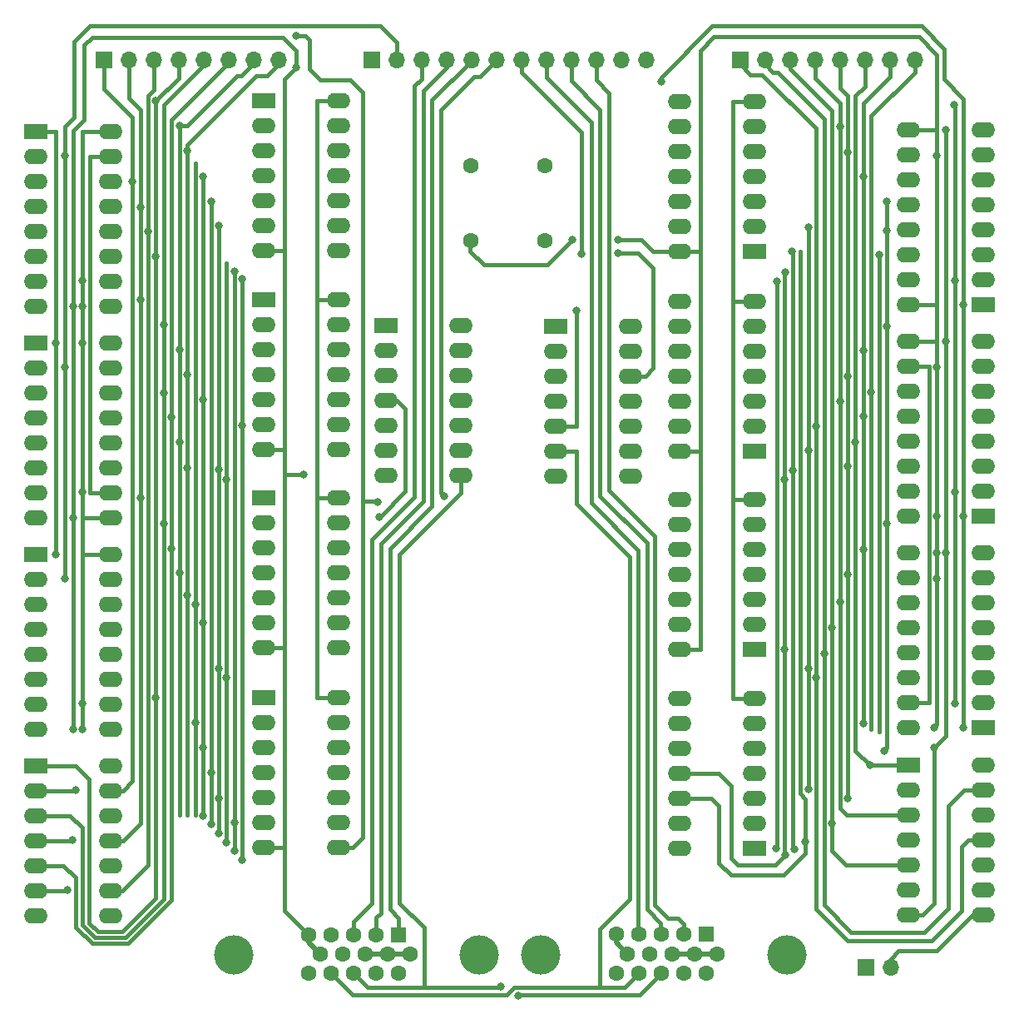
<source format=gbr>
%TF.GenerationSoftware,KiCad,Pcbnew,(6.0.5)*%
%TF.CreationDate,2023-01-07T10:16:58+02:00*%
%TF.ProjectId,VIDEOCARD_SCREENSYNC2.0,56494445-4f43-4415-9244-5f5343524545,rev?*%
%TF.SameCoordinates,Original*%
%TF.FileFunction,Copper,L2,Bot*%
%TF.FilePolarity,Positive*%
%FSLAX46Y46*%
G04 Gerber Fmt 4.6, Leading zero omitted, Abs format (unit mm)*
G04 Created by KiCad (PCBNEW (6.0.5)) date 2023-01-07 10:16:58*
%MOMM*%
%LPD*%
G01*
G04 APERTURE LIST*
%TA.AperFunction,ComponentPad*%
%ADD10R,1.700000X1.700000*%
%TD*%
%TA.AperFunction,ComponentPad*%
%ADD11O,1.700000X1.700000*%
%TD*%
%TA.AperFunction,ComponentPad*%
%ADD12R,2.400000X1.600000*%
%TD*%
%TA.AperFunction,ComponentPad*%
%ADD13O,2.400000X1.600000*%
%TD*%
%TA.AperFunction,ComponentPad*%
%ADD14C,4.000000*%
%TD*%
%TA.AperFunction,ComponentPad*%
%ADD15R,1.600000X1.600000*%
%TD*%
%TA.AperFunction,ComponentPad*%
%ADD16C,1.600000*%
%TD*%
%TA.AperFunction,ViaPad*%
%ADD17C,0.800000*%
%TD*%
%TA.AperFunction,Conductor*%
%ADD18C,0.400000*%
%TD*%
%TA.AperFunction,Conductor*%
%ADD19C,0.500000*%
%TD*%
G04 APERTURE END LIST*
D10*
%TO.P,REF\u002A\u002A,1*%
%TO.N,N/C*%
X179725000Y-144600000D03*
D11*
%TO.P,REF\u002A\u002A,2*%
X182265000Y-144600000D03*
%TD*%
D12*
%TO.P,74LS161,1*%
%TO.N,N/C*%
X191700000Y-77270000D03*
D13*
%TO.P,74LS161,2*%
X191700000Y-74730000D03*
%TO.P,74LS161,3*%
X191700000Y-72190000D03*
%TO.P,74LS161,4*%
X191700000Y-69650000D03*
%TO.P,74LS161,5*%
X191700000Y-67110000D03*
%TO.P,74LS161,6*%
X191700000Y-64570000D03*
%TO.P,74LS161,7*%
X191700000Y-62030000D03*
%TO.P,74LS161,8*%
X191700000Y-59490000D03*
%TO.P,74LS161,9*%
X184080000Y-59490000D03*
%TO.P,74LS161,10*%
X184080000Y-62030000D03*
%TO.P,74LS161,11*%
X184080000Y-64570000D03*
%TO.P,74LS161,12*%
X184080000Y-67110000D03*
%TO.P,74LS161,13*%
X184080000Y-69650000D03*
%TO.P,74LS161,14*%
X184080000Y-72190000D03*
%TO.P,74LS161,15*%
X184080000Y-74730000D03*
%TO.P,74LS161,16*%
X184080000Y-77270000D03*
%TD*%
D12*
%TO.P,74LS161,1*%
%TO.N,N/C*%
X95300000Y-102600000D03*
D13*
%TO.P,74LS161,2*%
X95300000Y-105140000D03*
%TO.P,74LS161,3*%
X95300000Y-107680000D03*
%TO.P,74LS161,4*%
X95300000Y-110220000D03*
%TO.P,74LS161,5*%
X95300000Y-112760000D03*
%TO.P,74LS161,6*%
X95300000Y-115300000D03*
%TO.P,74LS161,7*%
X95300000Y-117840000D03*
%TO.P,74LS161,8*%
X95300000Y-120380000D03*
%TO.P,74LS161,9*%
X102920000Y-120380000D03*
%TO.P,74LS161,10*%
X102920000Y-117840000D03*
%TO.P,74LS161,11*%
X102920000Y-115300000D03*
%TO.P,74LS161,12*%
X102920000Y-112760000D03*
%TO.P,74LS161,13*%
X102920000Y-110220000D03*
%TO.P,74LS161,14*%
X102920000Y-107680000D03*
%TO.P,74LS161,15*%
X102920000Y-105140000D03*
%TO.P,74LS161,16*%
X102920000Y-102600000D03*
%TD*%
D10*
%TO.P,REF\u002A\u002A,1*%
%TO.N,N/C*%
X129445000Y-52305000D03*
D11*
%TO.P,REF\u002A\u002A,2*%
X131985000Y-52305000D03*
%TO.P,REF\u002A\u002A,3*%
X134525000Y-52305000D03*
%TO.P,REF\u002A\u002A,4*%
X137065000Y-52305000D03*
%TO.P,REF\u002A\u002A,5*%
X139605000Y-52305000D03*
%TO.P,REF\u002A\u002A,6*%
X142145000Y-52305000D03*
%TO.P,REF\u002A\u002A,7*%
X144685000Y-52305000D03*
%TO.P,REF\u002A\u002A,8*%
X147225000Y-52305000D03*
%TO.P,REF\u002A\u002A,9*%
X149765000Y-52305000D03*
%TO.P,REF\u002A\u002A,10*%
X152305000Y-52305000D03*
%TO.P,REF\u002A\u002A,11*%
X154845000Y-52305000D03*
%TO.P,REF\u002A\u002A,12*%
X157385000Y-52305000D03*
%TD*%
D12*
%TO.P,74LS30,1*%
%TO.N,N/C*%
X168400000Y-71820000D03*
D13*
%TO.P,74LS30,2*%
X168400000Y-69280000D03*
%TO.P,74LS30,3*%
X168400000Y-66740000D03*
%TO.P,74LS30,4*%
X168400000Y-64200000D03*
%TO.P,74LS30,5*%
X168400000Y-61660000D03*
%TO.P,74LS30,6*%
X168400000Y-59120000D03*
%TO.P,74LS30,7*%
X168400000Y-56580000D03*
%TO.P,74LS30,8*%
X160780000Y-56580000D03*
%TO.P,74LS30,9*%
X160780000Y-59120000D03*
%TO.P,74LS30,10*%
X160780000Y-61660000D03*
%TO.P,74LS30,11*%
X160780000Y-64200000D03*
%TO.P,74LS30,12*%
X160780000Y-66740000D03*
%TO.P,74LS30,13*%
X160780000Y-69280000D03*
%TO.P,74LS30,14*%
X160780000Y-71820000D03*
%TD*%
D12*
%TO.P,74LS30,1*%
%TO.N,N/C*%
X168400000Y-132520000D03*
D13*
%TO.P,74LS30,2*%
X168400000Y-129980000D03*
%TO.P,74LS30,3*%
X168400000Y-127440000D03*
%TO.P,74LS30,4*%
X168400000Y-124900000D03*
%TO.P,74LS30,5*%
X168400000Y-122360000D03*
%TO.P,74LS30,6*%
X168400000Y-119820000D03*
%TO.P,74LS30,7*%
X168400000Y-117280000D03*
%TO.P,74LS30,8*%
X160780000Y-117280000D03*
%TO.P,74LS30,9*%
X160780000Y-119820000D03*
%TO.P,74LS30,10*%
X160780000Y-122360000D03*
%TO.P,74LS30,11*%
X160780000Y-124900000D03*
%TO.P,74LS30,12*%
X160780000Y-127440000D03*
%TO.P,74LS30,13*%
X160780000Y-129980000D03*
%TO.P,74LS30,14*%
X160780000Y-132520000D03*
%TD*%
D10*
%TO.P,REF\u002A\u002A,1*%
%TO.N,N/C*%
X166945000Y-52305000D03*
D11*
%TO.P,REF\u002A\u002A,2*%
X169485000Y-52305000D03*
%TO.P,REF\u002A\u002A,3*%
X172025000Y-52305000D03*
%TO.P,REF\u002A\u002A,4*%
X174565000Y-52305000D03*
%TO.P,REF\u002A\u002A,5*%
X177105000Y-52305000D03*
%TO.P,REF\u002A\u002A,6*%
X179645000Y-52305000D03*
%TO.P,REF\u002A\u002A,7*%
X182185000Y-52305000D03*
%TO.P,REF\u002A\u002A,8*%
X184725000Y-52305000D03*
%TD*%
D12*
%TO.P,74LS00,1*%
%TO.N,N/C*%
X148220000Y-79405000D03*
D13*
%TO.P,74LS00,2*%
X148220000Y-81945000D03*
%TO.P,74LS00,3*%
X148220000Y-84485000D03*
%TO.P,74LS00,4*%
X148220000Y-87025000D03*
%TO.P,74LS00,5*%
X148220000Y-89565000D03*
%TO.P,74LS00,6*%
X148220000Y-92105000D03*
%TO.P,74LS00,7*%
X148220000Y-94645000D03*
%TO.P,74LS00,8*%
X155840000Y-94645000D03*
%TO.P,74LS00,9*%
X155840000Y-92105000D03*
%TO.P,74LS00,10*%
X155840000Y-89565000D03*
%TO.P,74LS00,11*%
X155840000Y-87025000D03*
%TO.P,74LS00,12*%
X155840000Y-84485000D03*
%TO.P,74LS00,13*%
X155840000Y-81945000D03*
%TO.P,74LS00,14*%
X155840000Y-79405000D03*
%TD*%
D12*
%TO.P,74LS30,1*%
%TO.N,N/C*%
X118500000Y-56500000D03*
D13*
%TO.P,74LS30,2*%
X118500000Y-59040000D03*
%TO.P,74LS30,3*%
X118500000Y-61580000D03*
%TO.P,74LS30,4*%
X118500000Y-64120000D03*
%TO.P,74LS30,5*%
X118500000Y-66660000D03*
%TO.P,74LS30,6*%
X118500000Y-69200000D03*
%TO.P,74LS30,7*%
X118500000Y-71740000D03*
%TO.P,74LS30,8*%
X126120000Y-71740000D03*
%TO.P,74LS30,9*%
X126120000Y-69200000D03*
%TO.P,74LS30,10*%
X126120000Y-66660000D03*
%TO.P,74LS30,11*%
X126120000Y-64120000D03*
%TO.P,74LS30,12*%
X126120000Y-61580000D03*
%TO.P,74LS30,13*%
X126120000Y-59040000D03*
%TO.P,74LS30,14*%
X126120000Y-56500000D03*
%TD*%
D12*
%TO.P,74LS00,1*%
%TO.N,N/C*%
X130920000Y-79330000D03*
D13*
%TO.P,74LS00,2*%
X130920000Y-81870000D03*
%TO.P,74LS00,3*%
X130920000Y-84410000D03*
%TO.P,74LS00,4*%
X130920000Y-86950000D03*
%TO.P,74LS00,5*%
X130920000Y-89490000D03*
%TO.P,74LS00,6*%
X130920000Y-92030000D03*
%TO.P,74LS00,7*%
X130920000Y-94570000D03*
%TO.P,74LS00,8*%
X138540000Y-94570000D03*
%TO.P,74LS00,9*%
X138540000Y-92030000D03*
%TO.P,74LS00,10*%
X138540000Y-89490000D03*
%TO.P,74LS00,11*%
X138540000Y-86950000D03*
%TO.P,74LS00,12*%
X138540000Y-84410000D03*
%TO.P,74LS00,13*%
X138540000Y-81870000D03*
%TO.P,74LS00,14*%
X138540000Y-79330000D03*
%TD*%
D12*
%TO.P,74LS161,1*%
%TO.N,N/C*%
X191700000Y-98770000D03*
D13*
%TO.P,74LS161,2*%
X191700000Y-96230000D03*
%TO.P,74LS161,3*%
X191700000Y-93690000D03*
%TO.P,74LS161,4*%
X191700000Y-91150000D03*
%TO.P,74LS161,5*%
X191700000Y-88610000D03*
%TO.P,74LS161,6*%
X191700000Y-86070000D03*
%TO.P,74LS161,7*%
X191700000Y-83530000D03*
%TO.P,74LS161,8*%
X191700000Y-80990000D03*
%TO.P,74LS161,9*%
X184080000Y-80990000D03*
%TO.P,74LS161,10*%
X184080000Y-83530000D03*
%TO.P,74LS161,11*%
X184080000Y-86070000D03*
%TO.P,74LS161,12*%
X184080000Y-88610000D03*
%TO.P,74LS161,13*%
X184080000Y-91150000D03*
%TO.P,74LS161,14*%
X184080000Y-93690000D03*
%TO.P,74LS161,15*%
X184080000Y-96230000D03*
%TO.P,74LS161,16*%
X184080000Y-98770000D03*
%TD*%
D12*
%TO.P,74LS161,1*%
%TO.N,N/C*%
X191700000Y-120270000D03*
D13*
%TO.P,74LS161,2*%
X191700000Y-117730000D03*
%TO.P,74LS161,3*%
X191700000Y-115190000D03*
%TO.P,74LS161,4*%
X191700000Y-112650000D03*
%TO.P,74LS161,5*%
X191700000Y-110110000D03*
%TO.P,74LS161,6*%
X191700000Y-107570000D03*
%TO.P,74LS161,7*%
X191700000Y-105030000D03*
%TO.P,74LS161,8*%
X191700000Y-102490000D03*
%TO.P,74LS161,9*%
X184080000Y-102490000D03*
%TO.P,74LS161,10*%
X184080000Y-105030000D03*
%TO.P,74LS161,11*%
X184080000Y-107570000D03*
%TO.P,74LS161,12*%
X184080000Y-110110000D03*
%TO.P,74LS161,13*%
X184080000Y-112650000D03*
%TO.P,74LS161,14*%
X184080000Y-115190000D03*
%TO.P,74LS161,15*%
X184080000Y-117730000D03*
%TO.P,74LS161,16*%
X184080000Y-120270000D03*
%TD*%
D12*
%TO.P,74LS04,1*%
%TO.N,N/C*%
X95300000Y-124100000D03*
D13*
%TO.P,74LS04,2*%
X95300000Y-126640000D03*
%TO.P,74LS04,3*%
X95300000Y-129180000D03*
%TO.P,74LS04,4*%
X95300000Y-131720000D03*
%TO.P,74LS04,5*%
X95300000Y-134260000D03*
%TO.P,74LS04,6*%
X95300000Y-136800000D03*
%TO.P,74LS04,7*%
X95300000Y-139340000D03*
%TO.P,74LS04,8*%
X102920000Y-139340000D03*
%TO.P,74LS04,9*%
X102920000Y-136800000D03*
%TO.P,74LS04,10*%
X102920000Y-134260000D03*
%TO.P,74LS04,11*%
X102920000Y-131720000D03*
%TO.P,74LS04,12*%
X102920000Y-129180000D03*
%TO.P,74LS04,13*%
X102920000Y-126640000D03*
%TO.P,74LS04,14*%
X102920000Y-124100000D03*
%TD*%
D14*
%TO.P,VGA PORT 1,0*%
%TO.N,N/C*%
X115395000Y-143330000D03*
X140395000Y-143330000D03*
D15*
%TO.P,VGA PORT 1,1*%
X132210000Y-141280000D03*
D16*
%TO.P,VGA PORT 1,2*%
X129920000Y-141280000D03*
%TO.P,VGA PORT 1,3*%
X127630000Y-141280000D03*
%TO.P,VGA PORT 1,4*%
X125340000Y-141280000D03*
%TO.P,VGA PORT 1,5*%
X123050000Y-141280000D03*
%TO.P,VGA PORT 1,6*%
X133355000Y-143260000D03*
%TO.P,VGA PORT 1,7*%
X131065000Y-143260000D03*
%TO.P,VGA PORT 1,8*%
X128775000Y-143260000D03*
%TO.P,VGA PORT 1,9*%
X126485000Y-143260000D03*
%TO.P,VGA PORT 1,10*%
X124195000Y-143260000D03*
%TO.P,VGA PORT 1,11*%
X132210000Y-145240000D03*
%TO.P,VGA PORT 1,12*%
X129920000Y-145240000D03*
%TO.P,VGA PORT 1,13*%
X127630000Y-145240000D03*
%TO.P,VGA PORT 1,14*%
X125340000Y-145240000D03*
%TO.P,VGA PORT 1,15*%
X123050000Y-145240000D03*
%TD*%
D12*
%TO.P,74LS30,1*%
%TO.N,N/C*%
X168400000Y-92120000D03*
D13*
%TO.P,74LS30,2*%
X168400000Y-89580000D03*
%TO.P,74LS30,3*%
X168400000Y-87040000D03*
%TO.P,74LS30,4*%
X168400000Y-84500000D03*
%TO.P,74LS30,5*%
X168400000Y-81960000D03*
%TO.P,74LS30,6*%
X168400000Y-79420000D03*
%TO.P,74LS30,7*%
X168400000Y-76880000D03*
%TO.P,74LS30,8*%
X160780000Y-76880000D03*
%TO.P,74LS30,9*%
X160780000Y-79420000D03*
%TO.P,74LS30,10*%
X160780000Y-81960000D03*
%TO.P,74LS30,11*%
X160780000Y-84500000D03*
%TO.P,74LS30,12*%
X160780000Y-87040000D03*
%TO.P,74LS30,13*%
X160780000Y-89580000D03*
%TO.P,74LS30,14*%
X160780000Y-92120000D03*
%TD*%
D12*
%TO.P,74LS04,1*%
%TO.N,N/C*%
X184100000Y-124090000D03*
D13*
%TO.P,74LS04,2*%
X184100000Y-126630000D03*
%TO.P,74LS04,3*%
X184100000Y-129170000D03*
%TO.P,74LS04,4*%
X184100000Y-131710000D03*
%TO.P,74LS04,5*%
X184100000Y-134250000D03*
%TO.P,74LS04,6*%
X184100000Y-136790000D03*
%TO.P,74LS04,7*%
X184100000Y-139330000D03*
%TO.P,74LS04,8*%
X191720000Y-139330000D03*
%TO.P,74LS04,9*%
X191720000Y-136790000D03*
%TO.P,74LS04,10*%
X191720000Y-134250000D03*
%TO.P,74LS04,11*%
X191720000Y-131710000D03*
%TO.P,74LS04,12*%
X191720000Y-129170000D03*
%TO.P,74LS04,13*%
X191720000Y-126630000D03*
%TO.P,74LS04,14*%
X191720000Y-124090000D03*
%TD*%
D10*
%TO.P,REF\u002A\u002A,1*%
%TO.N,N/C*%
X102220000Y-52330000D03*
D11*
%TO.P,REF\u002A\u002A,2*%
X104760000Y-52330000D03*
%TO.P,REF\u002A\u002A,3*%
X107300000Y-52330000D03*
%TO.P,REF\u002A\u002A,4*%
X109840000Y-52330000D03*
%TO.P,REF\u002A\u002A,5*%
X112380000Y-52330000D03*
%TO.P,REF\u002A\u002A,6*%
X114920000Y-52330000D03*
%TO.P,REF\u002A\u002A,7*%
X117460000Y-52330000D03*
%TO.P,REF\u002A\u002A,8*%
X120000000Y-52330000D03*
%TD*%
D12*
%TO.P,74LS161,1*%
%TO.N,N/C*%
X95300000Y-59600000D03*
D13*
%TO.P,74LS161,2*%
X95300000Y-62140000D03*
%TO.P,74LS161,3*%
X95300000Y-64680000D03*
%TO.P,74LS161,4*%
X95300000Y-67220000D03*
%TO.P,74LS161,5*%
X95300000Y-69760000D03*
%TO.P,74LS161,6*%
X95300000Y-72300000D03*
%TO.P,74LS161,7*%
X95300000Y-74840000D03*
%TO.P,74LS161,8*%
X95300000Y-77380000D03*
%TO.P,74LS161,9*%
X102920000Y-77380000D03*
%TO.P,74LS161,10*%
X102920000Y-74840000D03*
%TO.P,74LS161,11*%
X102920000Y-72300000D03*
%TO.P,74LS161,12*%
X102920000Y-69760000D03*
%TO.P,74LS161,13*%
X102920000Y-67220000D03*
%TO.P,74LS161,14*%
X102920000Y-64680000D03*
%TO.P,74LS161,15*%
X102920000Y-62140000D03*
%TO.P,74LS161,16*%
X102920000Y-59600000D03*
%TD*%
D14*
%TO.P,VGA PORT 2,0*%
%TO.N,N/C*%
X146690000Y-143320000D03*
X171690000Y-143320000D03*
D15*
%TO.P,VGA PORT 2,1*%
X163505000Y-141270000D03*
D16*
%TO.P,VGA PORT 2,2*%
X161215000Y-141270000D03*
%TO.P,VGA PORT 2,3*%
X158925000Y-141270000D03*
%TO.P,VGA PORT 2,4*%
X156635000Y-141270000D03*
%TO.P,VGA PORT 2,5*%
X154345000Y-141270000D03*
%TO.P,VGA PORT 2,6*%
X164650000Y-143250000D03*
%TO.P,VGA PORT 2,7*%
X162360000Y-143250000D03*
%TO.P,VGA PORT 2,8*%
X160070000Y-143250000D03*
%TO.P,VGA PORT 2,9*%
X157780000Y-143250000D03*
%TO.P,VGA PORT 2,10*%
X155490000Y-143250000D03*
%TO.P,VGA PORT 2,11*%
X163505000Y-145230000D03*
%TO.P,VGA PORT 2,12*%
X161215000Y-145230000D03*
%TO.P,VGA PORT 2,13*%
X158925000Y-145230000D03*
%TO.P,VGA PORT 2,14*%
X156635000Y-145230000D03*
%TO.P,VGA PORT 2,15*%
X154345000Y-145230000D03*
%TD*%
D12*
%TO.P,74LS30,1*%
%TO.N,N/C*%
X118500000Y-96900000D03*
D13*
%TO.P,74LS30,2*%
X118500000Y-99440000D03*
%TO.P,74LS30,3*%
X118500000Y-101980000D03*
%TO.P,74LS30,4*%
X118500000Y-104520000D03*
%TO.P,74LS30,5*%
X118500000Y-107060000D03*
%TO.P,74LS30,6*%
X118500000Y-109600000D03*
%TO.P,74LS30,7*%
X118500000Y-112140000D03*
%TO.P,74LS30,8*%
X126120000Y-112140000D03*
%TO.P,74LS30,9*%
X126120000Y-109600000D03*
%TO.P,74LS30,10*%
X126120000Y-107060000D03*
%TO.P,74LS30,11*%
X126120000Y-104520000D03*
%TO.P,74LS30,12*%
X126120000Y-101980000D03*
%TO.P,74LS30,13*%
X126120000Y-99440000D03*
%TO.P,74LS30,14*%
X126120000Y-96900000D03*
%TD*%
D12*
%TO.P,74LS30,1*%
%TO.N,N/C*%
X118500000Y-76700000D03*
D13*
%TO.P,74LS30,2*%
X118500000Y-79240000D03*
%TO.P,74LS30,3*%
X118500000Y-81780000D03*
%TO.P,74LS30,4*%
X118500000Y-84320000D03*
%TO.P,74LS30,5*%
X118500000Y-86860000D03*
%TO.P,74LS30,6*%
X118500000Y-89400000D03*
%TO.P,74LS30,7*%
X118500000Y-91940000D03*
%TO.P,74LS30,8*%
X126120000Y-91940000D03*
%TO.P,74LS30,9*%
X126120000Y-89400000D03*
%TO.P,74LS30,10*%
X126120000Y-86860000D03*
%TO.P,74LS30,11*%
X126120000Y-84320000D03*
%TO.P,74LS30,12*%
X126120000Y-81780000D03*
%TO.P,74LS30,13*%
X126120000Y-79240000D03*
%TO.P,74LS30,14*%
X126120000Y-76700000D03*
%TD*%
D12*
%TO.P,74LS30,1*%
%TO.N,N/C*%
X168400000Y-112320000D03*
D13*
%TO.P,74LS30,2*%
X168400000Y-109780000D03*
%TO.P,74LS30,3*%
X168400000Y-107240000D03*
%TO.P,74LS30,4*%
X168400000Y-104700000D03*
%TO.P,74LS30,5*%
X168400000Y-102160000D03*
%TO.P,74LS30,6*%
X168400000Y-99620000D03*
%TO.P,74LS30,7*%
X168400000Y-97080000D03*
%TO.P,74LS30,8*%
X160780000Y-97080000D03*
%TO.P,74LS30,9*%
X160780000Y-99620000D03*
%TO.P,74LS30,10*%
X160780000Y-102160000D03*
%TO.P,74LS30,11*%
X160780000Y-104700000D03*
%TO.P,74LS30,12*%
X160780000Y-107240000D03*
%TO.P,74LS30,13*%
X160780000Y-109780000D03*
%TO.P,74LS30,14*%
X160780000Y-112320000D03*
%TD*%
D12*
%TO.P,74LS30,1*%
%TO.N,N/C*%
X118500000Y-117200000D03*
D13*
%TO.P,74LS30,2*%
X118500000Y-119740000D03*
%TO.P,74LS30,3*%
X118500000Y-122280000D03*
%TO.P,74LS30,4*%
X118500000Y-124820000D03*
%TO.P,74LS30,5*%
X118500000Y-127360000D03*
%TO.P,74LS30,6*%
X118500000Y-129900000D03*
%TO.P,74LS30,7*%
X118500000Y-132440000D03*
%TO.P,74LS30,8*%
X126120000Y-132440000D03*
%TO.P,74LS30,9*%
X126120000Y-129900000D03*
%TO.P,74LS30,10*%
X126120000Y-127360000D03*
%TO.P,74LS30,11*%
X126120000Y-124820000D03*
%TO.P,74LS30,12*%
X126120000Y-122280000D03*
%TO.P,74LS30,13*%
X126120000Y-119740000D03*
%TO.P,74LS30,14*%
X126120000Y-117200000D03*
%TD*%
D12*
%TO.P,74LS161,1*%
%TO.N,N/C*%
X95300000Y-81100000D03*
D13*
%TO.P,74LS161,2*%
X95300000Y-83640000D03*
%TO.P,74LS161,3*%
X95300000Y-86180000D03*
%TO.P,74LS161,4*%
X95300000Y-88720000D03*
%TO.P,74LS161,5*%
X95300000Y-91260000D03*
%TO.P,74LS161,6*%
X95300000Y-93800000D03*
%TO.P,74LS161,7*%
X95300000Y-96340000D03*
%TO.P,74LS161,8*%
X95300000Y-98880000D03*
%TO.P,74LS161,9*%
X102920000Y-98880000D03*
%TO.P,74LS161,10*%
X102920000Y-96340000D03*
%TO.P,74LS161,11*%
X102920000Y-93800000D03*
%TO.P,74LS161,12*%
X102920000Y-91260000D03*
%TO.P,74LS161,13*%
X102920000Y-88720000D03*
%TO.P,74LS161,14*%
X102920000Y-86180000D03*
%TO.P,74LS161,15*%
X102920000Y-83640000D03*
%TO.P,74LS161,16*%
X102920000Y-81100000D03*
%TD*%
D16*
%TO.P,,3*%
%TO.N,N/C*%
X147120000Y-63130000D03*
%TD*%
%TO.P,,4*%
%TO.N,N/C*%
X147120000Y-70730000D03*
%TD*%
%TO.P,,2*%
%TO.N,N/C*%
X139520000Y-63130000D03*
%TD*%
%TO.P,,1*%
%TO.N,N/C*%
X139520000Y-70730000D03*
%TD*%
D17*
%TO.N,*%
X158900000Y-54500000D03*
X188700000Y-56900000D03*
X154500000Y-72000000D03*
X130200000Y-98800000D03*
X154500000Y-70600000D03*
X150300000Y-77800000D03*
X136800000Y-96700000D03*
X149900000Y-70600000D03*
X150800000Y-72100000D03*
X121800000Y-49900000D03*
X121800000Y-53100000D03*
X177900000Y-104650000D03*
X187000000Y-102470000D03*
X97300000Y-102600000D03*
X111500000Y-119700000D03*
X144400000Y-147500000D03*
X112300000Y-122300000D03*
X173900000Y-114250000D03*
X173900000Y-92050000D03*
X177900000Y-93690000D03*
X170700000Y-74820000D03*
X113100000Y-66700000D03*
X99020000Y-131700000D03*
X181100000Y-72190000D03*
X109900000Y-91200000D03*
X108300000Y-99500000D03*
X109900000Y-59000000D03*
X98200000Y-62100000D03*
X171500000Y-95050000D03*
X108300000Y-79300000D03*
X181900000Y-79420000D03*
X179500000Y-88590000D03*
X142600000Y-146600000D03*
X110700000Y-93800000D03*
X179500000Y-81920000D03*
X100000000Y-74800000D03*
X181600000Y-122600000D03*
X186700000Y-120200000D03*
X114700000Y-95000000D03*
X172220000Y-71830000D03*
X187900000Y-80970000D03*
X174700000Y-89620000D03*
X170620000Y-132530000D03*
X105900000Y-76700000D03*
X187000000Y-83570000D03*
X112300000Y-129200000D03*
X171520000Y-73930000D03*
X171520000Y-133230000D03*
X113900000Y-131000000D03*
X100000000Y-117800000D03*
X112300000Y-64200000D03*
X106700000Y-69800000D03*
X109900000Y-81800000D03*
X187000000Y-98770000D03*
X112300000Y-86900000D03*
X177900000Y-61710000D03*
X187900000Y-102470000D03*
X130100000Y-97300000D03*
X98200000Y-105100000D03*
X105100000Y-64700000D03*
X116300000Y-74600000D03*
X174700000Y-115190000D03*
X108300000Y-86200000D03*
X109900000Y-104500000D03*
X189700000Y-120270000D03*
X177100000Y-59110000D03*
X99320000Y-126630000D03*
X110700000Y-61600000D03*
X173620000Y-131800000D03*
X181900000Y-99510000D03*
X99100000Y-98900000D03*
X188800000Y-74770000D03*
X98520000Y-136730000D03*
X181900000Y-66740000D03*
X177100000Y-87020000D03*
X105900000Y-67300000D03*
X180300000Y-86090000D03*
X179500000Y-102150000D03*
X180180000Y-124090000D03*
X173920000Y-126530000D03*
X113900000Y-114200000D03*
X113100000Y-124800000D03*
X114700000Y-131900000D03*
X176300000Y-110090000D03*
X113100000Y-130100000D03*
X181900000Y-69690000D03*
X187000000Y-105070000D03*
X172520000Y-132630000D03*
X172300000Y-94050000D03*
X110700000Y-106800000D03*
X189700000Y-77270000D03*
X97300000Y-81100000D03*
X189700000Y-98770000D03*
X105900000Y-96900000D03*
X107500000Y-56500000D03*
X122520000Y-94530000D03*
X175500000Y-112690000D03*
X188800000Y-117770000D03*
X99100000Y-120400000D03*
X115500000Y-132800000D03*
X112300000Y-109600000D03*
X109100000Y-102000000D03*
X100000000Y-120400000D03*
X113900000Y-94000000D03*
X179500000Y-64150000D03*
X177920000Y-127430000D03*
X171500000Y-112310000D03*
X115500000Y-129900000D03*
X113900000Y-127400000D03*
X115500000Y-73800000D03*
X188800000Y-96270000D03*
X173900000Y-69320000D03*
X113900000Y-69200000D03*
X187000000Y-62070000D03*
X107500000Y-117200000D03*
X187900000Y-59470000D03*
X114700000Y-115200000D03*
X177100000Y-107420000D03*
X177900000Y-84510000D03*
X178700000Y-91190000D03*
X109100000Y-88700000D03*
X100000000Y-81100000D03*
X179500000Y-119830000D03*
X100000000Y-77400000D03*
X186720000Y-122230000D03*
X116300000Y-89500000D03*
X99100000Y-77400000D03*
X116300000Y-133700000D03*
X176300000Y-129950000D03*
X98200000Y-83600000D03*
X107500000Y-72300000D03*
X100000000Y-96300000D03*
X110700000Y-84300000D03*
X111500000Y-107700000D03*
%TD*%
D18*
%TO.N,*%
X150300000Y-77800000D02*
X150300000Y-89565000D01*
X150300000Y-89565000D02*
X148220000Y-89565000D01*
X156900000Y-70600000D02*
X158120000Y-71820000D01*
X158120000Y-71820000D02*
X160780000Y-71820000D01*
X154500000Y-70600000D02*
X156900000Y-70600000D01*
X130200000Y-98800000D02*
X130300000Y-98800000D01*
X158100000Y-83700000D02*
X157315000Y-84485000D01*
X154500000Y-72000000D02*
X156600000Y-72000000D01*
X156600000Y-72000000D02*
X158100000Y-73500000D01*
X132050000Y-86950000D02*
X130920000Y-86950000D01*
X132900000Y-87800000D02*
X132050000Y-86950000D01*
X132900000Y-96200000D02*
X132900000Y-87800000D01*
X130300000Y-98800000D02*
X132900000Y-96200000D01*
X158100000Y-73500000D02*
X158100000Y-83700000D01*
X157315000Y-84485000D02*
X155840000Y-84485000D01*
X147225000Y-54125000D02*
X147225000Y-52305000D01*
X151800000Y-58700000D02*
X147225000Y-54125000D01*
X156600000Y-141180000D02*
X156600000Y-102200000D01*
X156600000Y-102200000D02*
X151800000Y-97400000D01*
X151800000Y-97400000D02*
X151800000Y-58700000D01*
X153600000Y-55700000D02*
X152305000Y-54405000D01*
X139500000Y-71800000D02*
X139500000Y-70750000D01*
X147300000Y-73200000D02*
X140900000Y-73200000D01*
X158300000Y-138300000D02*
X158300000Y-100800000D01*
X153600000Y-96100000D02*
X153600000Y-55700000D01*
X149900000Y-70600000D02*
X147300000Y-73200000D01*
X152305000Y-54405000D02*
X152305000Y-52305000D01*
X159600000Y-139600000D02*
X158300000Y-138300000D01*
X158300000Y-100800000D02*
X153600000Y-96100000D01*
X160600000Y-139600000D02*
X159600000Y-139600000D01*
X161215000Y-140215000D02*
X160600000Y-139600000D01*
X140900000Y-73200000D02*
X139500000Y-71800000D01*
X161215000Y-141270000D02*
X161215000Y-140215000D01*
X139500000Y-70750000D02*
X139520000Y-70730000D01*
X186700000Y-120200000D02*
X187000000Y-119900000D01*
X187000000Y-119900000D02*
X187000000Y-105070000D01*
X134800000Y-140600000D02*
X134800000Y-146500000D01*
X132300000Y-138100000D02*
X134800000Y-140600000D01*
X138540000Y-94570000D02*
X138540000Y-96360000D01*
X134800000Y-146500000D02*
X134670000Y-146630000D01*
X138540000Y-96360000D02*
X132300000Y-102600000D01*
X132300000Y-102600000D02*
X132300000Y-138100000D01*
X181600000Y-122600000D02*
X181900000Y-122300000D01*
X181900000Y-122300000D02*
X181900000Y-99510000D01*
X180300000Y-58050000D02*
X184725000Y-53625000D01*
X184725000Y-53625000D02*
X184725000Y-52305000D01*
X180300000Y-86090000D02*
X180300000Y-58050000D01*
X162910000Y-71830000D02*
X162900000Y-71820000D01*
X130030000Y-97230000D02*
X128520000Y-97230000D01*
X130100000Y-97300000D02*
X130030000Y-97230000D01*
X150800000Y-59700000D02*
X144685000Y-53585000D01*
X144685000Y-53585000D02*
X144685000Y-52305000D01*
X152670000Y-146630000D02*
X153630000Y-146630000D01*
X150800000Y-72100000D02*
X150800000Y-59700000D01*
X143970000Y-146630000D02*
X152670000Y-146630000D01*
X187000000Y-142900000D02*
X183100000Y-142900000D01*
X190570000Y-139330000D02*
X187000000Y-142900000D01*
X182265000Y-143735000D02*
X182265000Y-144600000D01*
X183100000Y-142900000D02*
X182265000Y-143735000D01*
X191720000Y-139330000D02*
X190570000Y-139330000D01*
X150300000Y-92100000D02*
X150295000Y-92105000D01*
X152700000Y-140700000D02*
X155700000Y-137700000D01*
X152670000Y-146630000D02*
X152700000Y-146600000D01*
X152700000Y-146600000D02*
X152700000Y-140700000D01*
X150300000Y-97500000D02*
X150300000Y-92100000D01*
X150295000Y-92105000D02*
X148220000Y-92105000D01*
X155700000Y-102900000D02*
X150300000Y-97500000D01*
X155700000Y-137700000D02*
X155700000Y-102900000D01*
X152700000Y-57400000D02*
X149765000Y-54465000D01*
X158890000Y-140110000D02*
X157480000Y-138700000D01*
X157480000Y-101480000D02*
X152700000Y-96700000D01*
X158890000Y-141180000D02*
X158890000Y-140110000D01*
X157480000Y-138700000D02*
X157480000Y-101480000D01*
X149765000Y-54465000D02*
X149765000Y-52305000D01*
X152700000Y-96700000D02*
X152700000Y-57400000D01*
X173620000Y-131800000D02*
X173620000Y-133030000D01*
X166020000Y-135230000D02*
X164820000Y-134030000D01*
X164030000Y-127440000D02*
X160780000Y-127440000D01*
X173620000Y-131800000D02*
X173620000Y-127480000D01*
X164820000Y-128230000D02*
X164030000Y-127440000D01*
X164820000Y-134030000D02*
X164820000Y-128230000D01*
X173100000Y-126960000D02*
X173100000Y-71820000D01*
X173620000Y-133030000D02*
X171420000Y-135230000D01*
X173620000Y-127480000D02*
X173100000Y-126960000D01*
X171420000Y-135230000D02*
X166020000Y-135230000D01*
D19*
X123050000Y-142115000D02*
X124195000Y-143260000D01*
D18*
X110700000Y-129100000D02*
X110700000Y-106800000D01*
X99310000Y-126640000D02*
X95300000Y-126640000D01*
X168020000Y-53830000D02*
X169220000Y-53830000D01*
X171500000Y-74520000D02*
X171500000Y-73950000D01*
X188120000Y-138630000D02*
X188120000Y-128230000D01*
X102720000Y-102600000D02*
X102820000Y-102500000D01*
X170700000Y-132450000D02*
X170700000Y-74820000D01*
D19*
X128775000Y-143260000D02*
X131065000Y-143260000D01*
D18*
X107500000Y-72300000D02*
X107500000Y-56500000D01*
X104760000Y-56270000D02*
X104760000Y-52330000D01*
X188800000Y-96270000D02*
X188800000Y-117770000D01*
X171500000Y-73950000D02*
X171520000Y-73930000D01*
X108300000Y-79300000D02*
X108300000Y-99500000D01*
X177100000Y-87020000D02*
X177100000Y-64220000D01*
X113100000Y-124800000D02*
X113100000Y-69100000D01*
X110700000Y-60950000D02*
X117720000Y-53930000D01*
X177120000Y-128430000D02*
X177860000Y-129170000D01*
X177920000Y-127430000D02*
X177900000Y-127410000D01*
X127510000Y-132440000D02*
X126120000Y-132440000D01*
X177100000Y-127510000D02*
X177100000Y-107420000D01*
X173900000Y-92050000D02*
X173900000Y-69320000D01*
X109100000Y-102000000D02*
X109100000Y-58450000D01*
X123900000Y-96900000D02*
X126120000Y-96900000D01*
X108300000Y-56950000D02*
X112380000Y-52870000D01*
X189520000Y-138830000D02*
X189520000Y-132330000D01*
X102220000Y-55330000D02*
X102220000Y-52330000D01*
X120600000Y-117290000D02*
X120600000Y-112140000D01*
X174700000Y-115190000D02*
X174700000Y-138710000D01*
X162900000Y-92120000D02*
X162900000Y-71820000D01*
X171500000Y-133210000D02*
X171500000Y-112310000D01*
X114700000Y-73000000D02*
X114700000Y-95000000D01*
X171500000Y-112310000D02*
X171500000Y-95050000D01*
X107500000Y-137600000D02*
X104100000Y-141000000D01*
X181900000Y-69690000D02*
X181900000Y-79420000D01*
X171500000Y-95050000D02*
X171500000Y-74520000D01*
X109840000Y-54160000D02*
X109840000Y-52330000D01*
X166720000Y-134230000D02*
X166020000Y-133530000D01*
X166200000Y-97080000D02*
X168400000Y-97080000D01*
X174700000Y-89620000D02*
X174700000Y-109820000D01*
X177100000Y-56710000D02*
X174565000Y-54175000D01*
X123910000Y-117210000D02*
X123900000Y-117200000D01*
X101000000Y-142200000D02*
X99320000Y-140520000D01*
X178700000Y-122410000D02*
X178700000Y-113920000D01*
X178220000Y-141030000D02*
X185720000Y-141030000D01*
X187900000Y-121050000D02*
X187900000Y-102470000D01*
X179500000Y-59120000D02*
X179500000Y-64150000D01*
X186720000Y-122230000D02*
X186720000Y-138130000D01*
X166200000Y-76880000D02*
X168400000Y-76880000D01*
X100000000Y-98900000D02*
X102900000Y-98900000D01*
X112300000Y-129200000D02*
X112300000Y-122300000D01*
X100000000Y-77400000D02*
X100000000Y-81100000D01*
X100000000Y-59600000D02*
X102920000Y-59600000D01*
X176300000Y-129950000D02*
X176300000Y-132810000D01*
X104100000Y-136800000D02*
X102920000Y-136800000D01*
X185520000Y-139330000D02*
X184100000Y-139330000D01*
X108300000Y-79300000D02*
X108300000Y-56950000D01*
X188800000Y-96270000D02*
X188800000Y-74770000D01*
X162900000Y-112320000D02*
X162900000Y-92120000D01*
D19*
X123050000Y-141280000D02*
X123050000Y-142115000D01*
D18*
X99100000Y-98900000D02*
X99100000Y-120400000D01*
X126120000Y-56500000D02*
X123900000Y-56500000D01*
X109900000Y-59000000D02*
X110650000Y-59000000D01*
X105100000Y-64700000D02*
X105100000Y-58210000D01*
X162900000Y-92120000D02*
X160780000Y-92120000D01*
X172220000Y-71830000D02*
X172300000Y-71910000D01*
X166945000Y-52305000D02*
X166945000Y-52755000D01*
X113100000Y-69100000D02*
X113100000Y-66700000D01*
X187900000Y-80970000D02*
X187900000Y-102470000D01*
X120600000Y-94410000D02*
X120600000Y-91940000D01*
X110700000Y-86900000D02*
X110700000Y-84300000D01*
X179500000Y-81920000D02*
X179500000Y-88590000D01*
X187000000Y-77370000D02*
X186900000Y-77270000D01*
X187000000Y-102470000D02*
X187000000Y-98770000D01*
X176300000Y-110090000D02*
X176300000Y-57510000D01*
X110700000Y-84300000D02*
X110700000Y-61600000D01*
X99300000Y-124100000D02*
X95300000Y-124100000D01*
X98780000Y-129180000D02*
X95300000Y-129180000D01*
X184070000Y-124120000D02*
X184100000Y-124090000D01*
X105100000Y-64700000D02*
X105100000Y-125700000D01*
X118820000Y-53930000D02*
X120000000Y-52750000D01*
X179500000Y-56750000D02*
X182185000Y-54065000D01*
X185720000Y-141030000D02*
X188120000Y-138630000D01*
X177100000Y-59110000D02*
X177100000Y-56710000D01*
X100100000Y-102600000D02*
X102720000Y-102600000D01*
X170820000Y-53630000D02*
X170320000Y-53630000D01*
X120600000Y-117290000D02*
X120600000Y-132440000D01*
X106700000Y-55950000D02*
X107300000Y-55350000D01*
X162900000Y-112320000D02*
X160780000Y-112320000D01*
X115500000Y-73800000D02*
X115500000Y-129900000D01*
X100020000Y-130420000D02*
X98780000Y-129180000D01*
X111500000Y-119700000D02*
X111500000Y-107700000D01*
X166200000Y-117280000D02*
X168400000Y-117280000D01*
X177920000Y-141930000D02*
X186420000Y-141930000D01*
X105900000Y-96900000D02*
X105900000Y-130000000D01*
X179500000Y-59120000D02*
X179500000Y-56750000D01*
X115720000Y-53930000D02*
X116220000Y-53930000D01*
X187000000Y-83570000D02*
X187000000Y-80970000D01*
X184080000Y-117730000D02*
X186200000Y-117730000D01*
X120600000Y-91940000D02*
X120600000Y-71740000D01*
X112300000Y-89400000D02*
X112300000Y-86900000D01*
X187000000Y-59470000D02*
X187000000Y-62070000D01*
X188120000Y-128230000D02*
X189720000Y-126630000D01*
X186200000Y-117730000D02*
X186200000Y-83530000D01*
X101600000Y-141000000D02*
X100720000Y-140120000D01*
X111500000Y-62850000D02*
X111500000Y-107700000D01*
X187000000Y-80970000D02*
X187000000Y-77370000D01*
X177920000Y-124930000D02*
X177920000Y-127430000D01*
X120600000Y-112140000D02*
X120600000Y-94410000D01*
X104160000Y-126640000D02*
X102920000Y-126640000D01*
X172520000Y-132630000D02*
X172300000Y-132410000D01*
X100720000Y-140120000D02*
X100720000Y-125520000D01*
X112380000Y-52870000D02*
X112380000Y-52330000D01*
X109100000Y-137800000D02*
X104700000Y-142200000D01*
X186900000Y-77270000D02*
X184280000Y-77270000D01*
X99320000Y-126630000D02*
X99310000Y-126640000D01*
X128520000Y-131430000D02*
X127510000Y-132440000D01*
X120600000Y-71740000D02*
X118500000Y-71740000D01*
X179500000Y-64150000D02*
X179500000Y-81920000D01*
X120600000Y-138830000D02*
X123050000Y-141280000D01*
X100000000Y-96300000D02*
X100000000Y-98900000D01*
X100000000Y-102500000D02*
X100100000Y-102600000D01*
X106700000Y-134200000D02*
X104100000Y-136800000D01*
X105900000Y-57410000D02*
X104760000Y-56270000D01*
X114920000Y-52630000D02*
X114920000Y-52330000D01*
X104700000Y-142200000D02*
X101000000Y-142200000D01*
X177105000Y-55215000D02*
X177105000Y-52305000D01*
X166020000Y-126130000D02*
X164790000Y-124900000D01*
X100000000Y-120400000D02*
X100000000Y-117800000D01*
X178700000Y-55950000D02*
X179645000Y-55005000D01*
X171520000Y-133230000D02*
X170520000Y-134230000D01*
X179500000Y-88590000D02*
X179500000Y-102150000D01*
X112300000Y-109600000D02*
X112300000Y-89400000D01*
X100000000Y-74800000D02*
X100000000Y-59600000D01*
X177860000Y-129170000D02*
X184100000Y-129170000D01*
X177120000Y-127530000D02*
X177100000Y-127510000D01*
X174700000Y-138710000D02*
X177920000Y-141930000D01*
X175500000Y-138310000D02*
X178220000Y-141030000D01*
X187000000Y-98770000D02*
X187000000Y-83570000D01*
X169220000Y-53830000D02*
X174700000Y-59310000D01*
X166945000Y-52755000D02*
X168020000Y-53830000D01*
X187000000Y-80970000D02*
X184100000Y-80970000D01*
X113900000Y-114200000D02*
X113900000Y-127400000D01*
D19*
X164650000Y-143250000D02*
X162360000Y-143250000D01*
D18*
X181900000Y-79420000D02*
X181900000Y-99510000D01*
X186720000Y-138130000D02*
X185520000Y-139330000D01*
X177740000Y-134250000D02*
X184100000Y-134250000D01*
X177900000Y-93690000D02*
X177900000Y-84510000D01*
X187000000Y-105070000D02*
X187000000Y-102470000D01*
X189520000Y-132330000D02*
X190140000Y-131710000D01*
X181100000Y-72190000D02*
X181100000Y-120630000D01*
X120600000Y-91940000D02*
X118500000Y-91940000D01*
X99000000Y-131720000D02*
X95300000Y-131720000D01*
X169485000Y-52795000D02*
X169485000Y-52305000D01*
X177900000Y-61710000D02*
X177900000Y-56010000D01*
X166200000Y-56580000D02*
X166200000Y-76880000D01*
X100000000Y-98900000D02*
X100000000Y-102500000D01*
X117460000Y-52690000D02*
X117460000Y-52330000D01*
X120600000Y-132440000D02*
X120600000Y-138830000D01*
X106700000Y-69800000D02*
X106700000Y-55950000D01*
X174700000Y-59310000D02*
X174700000Y-66720000D01*
X100720000Y-125520000D02*
X99300000Y-124100000D01*
X99320000Y-135520000D02*
X98060000Y-134260000D01*
X120600000Y-112140000D02*
X118500000Y-112140000D01*
X105100000Y-58210000D02*
X102220000Y-55330000D01*
X178700000Y-91190000D02*
X178700000Y-84520000D01*
D19*
X131065000Y-143260000D02*
X133355000Y-143260000D01*
D18*
X189700000Y-120270000D02*
X189700000Y-98770000D01*
X99020000Y-131700000D02*
X99000000Y-131720000D01*
X184280000Y-77270000D02*
X184180000Y-77370000D01*
X120720000Y-94530000D02*
X120600000Y-94410000D01*
X171520000Y-133230000D02*
X171500000Y-133210000D01*
X166200000Y-97080000D02*
X166200000Y-117280000D01*
X174700000Y-66720000D02*
X174700000Y-89620000D01*
X176300000Y-132810000D02*
X177740000Y-134250000D01*
X177120000Y-127530000D02*
X177120000Y-128430000D01*
X105900000Y-67300000D02*
X105900000Y-57410000D01*
X97300000Y-59600000D02*
X97300000Y-81100000D01*
X186420000Y-141930000D02*
X189520000Y-138830000D01*
D19*
X154345000Y-142105000D02*
X155490000Y-143250000D01*
D18*
X106700000Y-69800000D02*
X106700000Y-134200000D01*
X115500000Y-129900000D02*
X115500000Y-132800000D01*
X109900000Y-81800000D02*
X109900000Y-59000000D01*
D19*
X154345000Y-141270000D02*
X154345000Y-142105000D01*
D18*
X107500000Y-56500000D02*
X109840000Y-54160000D01*
X173900000Y-114250000D02*
X173900000Y-92050000D01*
X162900000Y-71820000D02*
X160780000Y-71820000D01*
X116300000Y-74600000D02*
X116300000Y-89500000D01*
X186200000Y-83530000D02*
X184080000Y-83530000D01*
X164790000Y-124900000D02*
X160780000Y-124900000D01*
X172300000Y-71910000D02*
X172300000Y-94050000D01*
X104400000Y-141600000D02*
X101300000Y-141600000D01*
X120600000Y-132440000D02*
X118500000Y-132440000D01*
X177900000Y-127410000D02*
X177900000Y-104650000D01*
X117720000Y-53930000D02*
X118820000Y-53930000D01*
X173920000Y-126530000D02*
X173900000Y-126510000D01*
X170620000Y-132530000D02*
X170700000Y-132450000D01*
X97300000Y-59600000D02*
X95300000Y-59600000D01*
X123900000Y-76700000D02*
X126120000Y-76700000D01*
X179500000Y-102150000D02*
X179500000Y-119830000D01*
X107300000Y-55350000D02*
X107300000Y-52330000D01*
X172300000Y-132410000D02*
X172300000Y-94050000D01*
X173900000Y-126510000D02*
X173900000Y-114250000D01*
X176300000Y-110090000D02*
X176300000Y-129950000D01*
D19*
X160070000Y-143250000D02*
X162360000Y-143250000D01*
D18*
X100000000Y-81100000D02*
X100000000Y-96300000D01*
X123900000Y-117200000D02*
X126120000Y-117200000D01*
X100800000Y-62140000D02*
X100800000Y-96340000D01*
X105900000Y-76700000D02*
X105900000Y-96900000D01*
X101300000Y-141600000D02*
X100020000Y-140320000D01*
X98450000Y-136800000D02*
X95300000Y-136800000D01*
X120000000Y-52750000D02*
X120000000Y-52330000D01*
X112300000Y-122300000D02*
X112300000Y-109600000D01*
X110700000Y-61600000D02*
X110700000Y-60950000D01*
X113900000Y-69200000D02*
X113900000Y-94000000D01*
X98200000Y-83600000D02*
X98200000Y-62100000D01*
X178700000Y-122610000D02*
X178700000Y-122410000D01*
X100020000Y-140320000D02*
X100020000Y-130420000D01*
X100000000Y-74800000D02*
X100000000Y-77400000D01*
X177100000Y-107420000D02*
X177100000Y-87020000D01*
X100800000Y-96340000D02*
X102920000Y-96340000D01*
X110700000Y-106800000D02*
X110700000Y-86900000D01*
X177900000Y-56010000D02*
X177105000Y-55215000D01*
X166020000Y-133530000D02*
X166020000Y-126130000D01*
X105100000Y-125700000D02*
X104160000Y-126640000D01*
X108300000Y-99500000D02*
X108300000Y-137700000D01*
X170520000Y-134230000D02*
X166720000Y-134230000D01*
X166200000Y-76880000D02*
X166200000Y-97080000D01*
X177100000Y-64220000D02*
X177100000Y-59110000D01*
X99320000Y-140520000D02*
X99320000Y-135520000D01*
X123890000Y-56490000D02*
X123900000Y-56500000D01*
X180300000Y-86090000D02*
X180300000Y-120430000D01*
X177900000Y-84510000D02*
X177900000Y-61710000D01*
X189720000Y-126630000D02*
X191720000Y-126630000D01*
X178700000Y-84520000D02*
X178700000Y-61620000D01*
X112300000Y-86900000D02*
X112300000Y-64200000D01*
X178700000Y-91190000D02*
X178700000Y-113920000D01*
X100000000Y-102500000D02*
X100000000Y-117800000D01*
X98520000Y-136730000D02*
X98450000Y-136800000D01*
X187000000Y-77370000D02*
X187000000Y-62070000D01*
X122520000Y-94530000D02*
X120720000Y-94530000D01*
X113100000Y-130100000D02*
X113100000Y-124800000D01*
X123900000Y-76700000D02*
X123900000Y-96900000D01*
X128520000Y-97230000D02*
X128520000Y-131430000D01*
X109900000Y-129100000D02*
X109900000Y-104500000D01*
X168400000Y-56580000D02*
X166200000Y-56580000D01*
X187900000Y-80970000D02*
X187900000Y-59470000D01*
X180180000Y-124090000D02*
X178700000Y-122610000D01*
X105900000Y-67300000D02*
X105900000Y-76700000D01*
X172025000Y-53235000D02*
X172025000Y-52305000D01*
X109100000Y-58450000D02*
X114920000Y-52630000D01*
X175500000Y-58310000D02*
X170820000Y-53630000D01*
X104180000Y-131720000D02*
X102920000Y-131720000D01*
X113900000Y-127400000D02*
X113900000Y-131000000D01*
X108300000Y-137700000D02*
X104400000Y-141600000D01*
X107500000Y-117200000D02*
X107500000Y-137600000D01*
X182185000Y-54065000D02*
X182185000Y-52305000D01*
X186980000Y-59490000D02*
X184080000Y-59490000D01*
X177900000Y-104650000D02*
X177900000Y-93690000D01*
X116300000Y-89500000D02*
X116300000Y-133700000D01*
X174565000Y-54175000D02*
X174565000Y-52305000D01*
X175500000Y-112690000D02*
X175500000Y-58310000D01*
X190140000Y-131710000D02*
X191720000Y-131710000D01*
X123900000Y-56500000D02*
X123900000Y-76700000D01*
X99100000Y-98900000D02*
X99100000Y-77400000D01*
X178700000Y-61620000D02*
X178700000Y-55950000D01*
X189700000Y-77270000D02*
X189700000Y-98770000D01*
X123900000Y-96900000D02*
X123900000Y-117200000D01*
X105900000Y-130000000D02*
X104180000Y-131720000D01*
X107500000Y-72300000D02*
X107500000Y-117200000D01*
X176300000Y-57510000D02*
X172025000Y-53235000D01*
X179645000Y-55005000D02*
X179645000Y-52305000D01*
X116220000Y-53930000D02*
X117460000Y-52690000D01*
X111500000Y-129100000D02*
X111500000Y-119700000D01*
X109100000Y-102000000D02*
X109100000Y-137800000D01*
X175500000Y-112690000D02*
X175500000Y-138310000D01*
X107500000Y-56500000D02*
X107550000Y-56500000D01*
X97300000Y-102600000D02*
X97300000Y-81100000D01*
X109900000Y-84300000D02*
X109900000Y-81800000D01*
X110650000Y-59000000D02*
X115720000Y-53930000D01*
X187000000Y-59470000D02*
X186980000Y-59490000D01*
X114700000Y-95000000D02*
X114700000Y-115200000D01*
X174700000Y-109820000D02*
X174700000Y-115190000D01*
X170320000Y-53630000D02*
X169485000Y-52795000D01*
X114700000Y-115200000D02*
X114700000Y-131900000D01*
X155235000Y-146630000D02*
X156635000Y-145230000D01*
X186720000Y-122230000D02*
X187900000Y-121050000D01*
X113900000Y-94000000D02*
X113900000Y-114200000D01*
X98200000Y-83600000D02*
X98200000Y-105100000D01*
X104100000Y-141000000D02*
X101600000Y-141000000D01*
X184100000Y-124090000D02*
X180180000Y-124090000D01*
X109900000Y-104500000D02*
X109900000Y-84300000D01*
X102920000Y-62140000D02*
X100800000Y-62140000D01*
X98060000Y-134260000D02*
X95300000Y-134260000D01*
X181900000Y-66740000D02*
X181900000Y-69690000D01*
X100800000Y-48900000D02*
X130300000Y-48900000D01*
X132210000Y-141280000D02*
X132210000Y-139610000D01*
X99200000Y-50500000D02*
X100800000Y-48900000D01*
X131300000Y-138700000D02*
X131300000Y-102000000D01*
X135600000Y-56400000D02*
X139605000Y-52395000D01*
X135600000Y-97700000D02*
X135600000Y-56400000D01*
X139605000Y-52395000D02*
X139605000Y-52305000D01*
X132210000Y-139610000D02*
X131300000Y-138700000D01*
X131985000Y-50615000D02*
X131985000Y-52305000D01*
X131300000Y-102000000D02*
X135600000Y-97700000D01*
X132000000Y-50600000D02*
X131985000Y-50615000D01*
X130300000Y-48900000D02*
X132000000Y-50600000D01*
X98200000Y-59150000D02*
X99200000Y-58150000D01*
X99200000Y-58150000D02*
X99200000Y-50500000D01*
X134525000Y-54275000D02*
X134525000Y-52305000D01*
X127630000Y-139970000D02*
X129500000Y-138100000D01*
X127630000Y-141280000D02*
X127630000Y-139970000D01*
X133800000Y-96800000D02*
X133800000Y-55000000D01*
X129500000Y-101100000D02*
X133800000Y-96800000D01*
X129500000Y-138100000D02*
X129500000Y-101100000D01*
X133800000Y-55000000D02*
X134525000Y-54275000D01*
X99100000Y-77400000D02*
X99100000Y-59550000D01*
X121800000Y-51400000D02*
X121800000Y-53100000D01*
X101020000Y-50030000D02*
X120430000Y-50030000D01*
X120430000Y-50030000D02*
X121800000Y-51400000D01*
X100220000Y-50830000D02*
X101020000Y-50030000D01*
X100220000Y-58430000D02*
X100220000Y-50830000D01*
X120600000Y-54300000D02*
X120600000Y-71740000D01*
X99100000Y-59550000D02*
X100220000Y-58430000D01*
X142145000Y-52355000D02*
X142145000Y-52305000D01*
X139900000Y-54000000D02*
X140500000Y-54000000D01*
X136500000Y-57400000D02*
X139900000Y-54000000D01*
X140500000Y-54000000D02*
X142145000Y-52355000D01*
X136500000Y-96400000D02*
X136500000Y-57400000D01*
X136800000Y-96700000D02*
X136500000Y-96400000D01*
X98200000Y-62100000D02*
X98200000Y-59150000D01*
X137065000Y-53135000D02*
X137065000Y-52305000D01*
X129920000Y-139580000D02*
X130400000Y-139100000D01*
X129920000Y-141280000D02*
X129920000Y-139580000D01*
X130400000Y-139100000D02*
X130400000Y-101500000D01*
X134700000Y-97200000D02*
X134700000Y-55500000D01*
X134700000Y-55500000D02*
X137065000Y-53135000D01*
X130400000Y-101500000D02*
X134700000Y-97200000D01*
X123100000Y-50300000D02*
X123100000Y-53300000D01*
X127300000Y-54400000D02*
X128520000Y-55620000D01*
X124200000Y-54400000D02*
X127300000Y-54400000D01*
X128520000Y-55620000D02*
X128520000Y-97230000D01*
X123100000Y-53300000D02*
X124200000Y-54400000D01*
X122700000Y-49900000D02*
X123100000Y-50300000D01*
X121800000Y-49900000D02*
X122700000Y-49900000D01*
X121800000Y-53100000D02*
X121800000Y-53000000D01*
X158900000Y-54100000D02*
X164100000Y-48900000D01*
X144400000Y-147500000D02*
X144470000Y-147430000D01*
X144470000Y-147430000D02*
X156725000Y-147430000D01*
X129020000Y-146630000D02*
X127630000Y-145240000D01*
X156725000Y-147430000D02*
X158925000Y-145230000D01*
X142600000Y-146600000D02*
X142570000Y-146630000D01*
X187000000Y-59470000D02*
X187000000Y-51800000D01*
X164300000Y-50000000D02*
X162900000Y-51400000D01*
X188800000Y-57000000D02*
X188800000Y-74770000D01*
X162900000Y-51400000D02*
X162900000Y-71820000D01*
X185200000Y-50000000D02*
X164300000Y-50000000D01*
X187000000Y-51800000D02*
X185200000Y-50000000D01*
X143170000Y-147430000D02*
X143970000Y-146630000D01*
X127530000Y-147430000D02*
X143170000Y-147430000D01*
X125340000Y-145240000D02*
X127530000Y-147430000D01*
X153630000Y-146630000D02*
X155235000Y-146630000D01*
X142570000Y-146630000D02*
X134670000Y-146630000D01*
X134670000Y-146630000D02*
X129020000Y-146630000D01*
X185400000Y-48900000D02*
X187700000Y-51200000D01*
X164100000Y-48900000D02*
X185400000Y-48900000D01*
X189700000Y-56300000D02*
X189700000Y-77270000D01*
X187700000Y-51200000D02*
X187700000Y-54300000D01*
X158900000Y-54500000D02*
X158900000Y-54100000D01*
X187700000Y-54300000D02*
X189700000Y-56300000D01*
X188700000Y-56900000D02*
X188800000Y-57000000D01*
X121800000Y-53100000D02*
X121200000Y-53700000D01*
X121200000Y-53700000D02*
X120600000Y-54300000D01*
X139520000Y-63130000D02*
X139820000Y-62830000D01*
%TD*%
M02*

</source>
